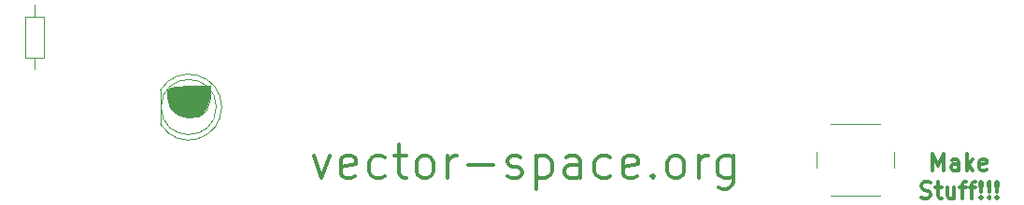
<source format=gto>
G04 #@! TF.FileFunction,Legend,Top*
%FSLAX46Y46*%
G04 Gerber Fmt 4.6, Leading zero omitted, Abs format (unit mm)*
G04 Created by KiCad (PCBNEW 4.0.7) date Mon Mar 12 16:42:59 2018*
%MOMM*%
%LPD*%
G01*
G04 APERTURE LIST*
%ADD10C,0.100000*%
%ADD11C,0.300000*%
%ADD12C,0.010000*%
%ADD13C,0.120000*%
G04 APERTURE END LIST*
D10*
D11*
X86471429Y5676429D02*
X86471429Y7176429D01*
X86971429Y6105000D01*
X87471429Y7176429D01*
X87471429Y5676429D01*
X88828572Y5676429D02*
X88828572Y6462143D01*
X88757143Y6605000D01*
X88614286Y6676429D01*
X88328572Y6676429D01*
X88185715Y6605000D01*
X88828572Y5747857D02*
X88685715Y5676429D01*
X88328572Y5676429D01*
X88185715Y5747857D01*
X88114286Y5890714D01*
X88114286Y6033571D01*
X88185715Y6176429D01*
X88328572Y6247857D01*
X88685715Y6247857D01*
X88828572Y6319286D01*
X89542858Y5676429D02*
X89542858Y7176429D01*
X89685715Y6247857D02*
X90114286Y5676429D01*
X90114286Y6676429D02*
X89542858Y6105000D01*
X91328572Y5747857D02*
X91185715Y5676429D01*
X90900001Y5676429D01*
X90757144Y5747857D01*
X90685715Y5890714D01*
X90685715Y6462143D01*
X90757144Y6605000D01*
X90900001Y6676429D01*
X91185715Y6676429D01*
X91328572Y6605000D01*
X91400001Y6462143D01*
X91400001Y6319286D01*
X90685715Y6176429D01*
X85435714Y3197857D02*
X85650000Y3126429D01*
X86007143Y3126429D01*
X86150000Y3197857D01*
X86221429Y3269286D01*
X86292857Y3412143D01*
X86292857Y3555000D01*
X86221429Y3697857D01*
X86150000Y3769286D01*
X86007143Y3840714D01*
X85721429Y3912143D01*
X85578571Y3983571D01*
X85507143Y4055000D01*
X85435714Y4197857D01*
X85435714Y4340714D01*
X85507143Y4483571D01*
X85578571Y4555000D01*
X85721429Y4626429D01*
X86078571Y4626429D01*
X86292857Y4555000D01*
X86721428Y4126429D02*
X87292857Y4126429D01*
X86935714Y4626429D02*
X86935714Y3340714D01*
X87007142Y3197857D01*
X87150000Y3126429D01*
X87292857Y3126429D01*
X88435714Y4126429D02*
X88435714Y3126429D01*
X87792857Y4126429D02*
X87792857Y3340714D01*
X87864285Y3197857D01*
X88007143Y3126429D01*
X88221428Y3126429D01*
X88364285Y3197857D01*
X88435714Y3269286D01*
X88935714Y4126429D02*
X89507143Y4126429D01*
X89150000Y3126429D02*
X89150000Y4412143D01*
X89221428Y4555000D01*
X89364286Y4626429D01*
X89507143Y4626429D01*
X89792857Y4126429D02*
X90364286Y4126429D01*
X90007143Y3126429D02*
X90007143Y4412143D01*
X90078571Y4555000D01*
X90221429Y4626429D01*
X90364286Y4626429D01*
X90864286Y3269286D02*
X90935714Y3197857D01*
X90864286Y3126429D01*
X90792857Y3197857D01*
X90864286Y3269286D01*
X90864286Y3126429D01*
X90864286Y3697857D02*
X90792857Y4555000D01*
X90864286Y4626429D01*
X90935714Y4555000D01*
X90864286Y3697857D01*
X90864286Y4626429D01*
X91578572Y3269286D02*
X91650000Y3197857D01*
X91578572Y3126429D01*
X91507143Y3197857D01*
X91578572Y3269286D01*
X91578572Y3126429D01*
X91578572Y3697857D02*
X91507143Y4555000D01*
X91578572Y4626429D01*
X91650000Y4555000D01*
X91578572Y3697857D01*
X91578572Y4626429D01*
X92292858Y3269286D02*
X92364286Y3197857D01*
X92292858Y3126429D01*
X92221429Y3197857D01*
X92292858Y3269286D01*
X92292858Y3126429D01*
X92292858Y3697857D02*
X92221429Y4555000D01*
X92292858Y4626429D01*
X92364286Y4555000D01*
X92292858Y3697857D01*
X92292858Y4626429D01*
X30387141Y6992857D02*
X31101427Y4992857D01*
X31815713Y6992857D01*
X34101427Y5135714D02*
X33815713Y4992857D01*
X33244284Y4992857D01*
X32958570Y5135714D01*
X32815713Y5421429D01*
X32815713Y6564286D01*
X32958570Y6850000D01*
X33244284Y6992857D01*
X33815713Y6992857D01*
X34101427Y6850000D01*
X34244284Y6564286D01*
X34244284Y6278571D01*
X32815713Y5992857D01*
X36815713Y5135714D02*
X36529999Y4992857D01*
X35958570Y4992857D01*
X35672856Y5135714D01*
X35529999Y5278571D01*
X35387142Y5564286D01*
X35387142Y6421429D01*
X35529999Y6707143D01*
X35672856Y6850000D01*
X35958570Y6992857D01*
X36529999Y6992857D01*
X36815713Y6850000D01*
X37672856Y6992857D02*
X38815713Y6992857D01*
X38101428Y7992857D02*
X38101428Y5421429D01*
X38244285Y5135714D01*
X38529999Y4992857D01*
X38815713Y4992857D01*
X40244285Y4992857D02*
X39958571Y5135714D01*
X39815714Y5278571D01*
X39672857Y5564286D01*
X39672857Y6421429D01*
X39815714Y6707143D01*
X39958571Y6850000D01*
X40244285Y6992857D01*
X40672857Y6992857D01*
X40958571Y6850000D01*
X41101428Y6707143D01*
X41244285Y6421429D01*
X41244285Y5564286D01*
X41101428Y5278571D01*
X40958571Y5135714D01*
X40672857Y4992857D01*
X40244285Y4992857D01*
X42530000Y4992857D02*
X42530000Y6992857D01*
X42530000Y6421429D02*
X42672857Y6707143D01*
X42815714Y6850000D01*
X43101428Y6992857D01*
X43387143Y6992857D01*
X44387143Y6135714D02*
X46672857Y6135714D01*
X47958572Y5135714D02*
X48244286Y4992857D01*
X48815714Y4992857D01*
X49101429Y5135714D01*
X49244286Y5421429D01*
X49244286Y5564286D01*
X49101429Y5850000D01*
X48815714Y5992857D01*
X48387143Y5992857D01*
X48101429Y6135714D01*
X47958572Y6421429D01*
X47958572Y6564286D01*
X48101429Y6850000D01*
X48387143Y6992857D01*
X48815714Y6992857D01*
X49101429Y6850000D01*
X50530000Y6992857D02*
X50530000Y3992857D01*
X50530000Y6850000D02*
X50815714Y6992857D01*
X51387143Y6992857D01*
X51672857Y6850000D01*
X51815714Y6707143D01*
X51958571Y6421429D01*
X51958571Y5564286D01*
X51815714Y5278571D01*
X51672857Y5135714D01*
X51387143Y4992857D01*
X50815714Y4992857D01*
X50530000Y5135714D01*
X54530000Y4992857D02*
X54530000Y6564286D01*
X54387143Y6850000D01*
X54101429Y6992857D01*
X53530000Y6992857D01*
X53244286Y6850000D01*
X54530000Y5135714D02*
X54244286Y4992857D01*
X53530000Y4992857D01*
X53244286Y5135714D01*
X53101429Y5421429D01*
X53101429Y5707143D01*
X53244286Y5992857D01*
X53530000Y6135714D01*
X54244286Y6135714D01*
X54530000Y6278571D01*
X57244286Y5135714D02*
X56958572Y4992857D01*
X56387143Y4992857D01*
X56101429Y5135714D01*
X55958572Y5278571D01*
X55815715Y5564286D01*
X55815715Y6421429D01*
X55958572Y6707143D01*
X56101429Y6850000D01*
X56387143Y6992857D01*
X56958572Y6992857D01*
X57244286Y6850000D01*
X59672858Y5135714D02*
X59387144Y4992857D01*
X58815715Y4992857D01*
X58530001Y5135714D01*
X58387144Y5421429D01*
X58387144Y6564286D01*
X58530001Y6850000D01*
X58815715Y6992857D01*
X59387144Y6992857D01*
X59672858Y6850000D01*
X59815715Y6564286D01*
X59815715Y6278571D01*
X58387144Y5992857D01*
X61101430Y5278571D02*
X61244287Y5135714D01*
X61101430Y4992857D01*
X60958573Y5135714D01*
X61101430Y5278571D01*
X61101430Y4992857D01*
X62958572Y4992857D02*
X62672858Y5135714D01*
X62530001Y5278571D01*
X62387144Y5564286D01*
X62387144Y6421429D01*
X62530001Y6707143D01*
X62672858Y6850000D01*
X62958572Y6992857D01*
X63387144Y6992857D01*
X63672858Y6850000D01*
X63815715Y6707143D01*
X63958572Y6421429D01*
X63958572Y5564286D01*
X63815715Y5278571D01*
X63672858Y5135714D01*
X63387144Y4992857D01*
X62958572Y4992857D01*
X65244287Y4992857D02*
X65244287Y6992857D01*
X65244287Y6421429D02*
X65387144Y6707143D01*
X65530001Y6850000D01*
X65815715Y6992857D01*
X66101430Y6992857D01*
X68387144Y6992857D02*
X68387144Y4564286D01*
X68244287Y4278571D01*
X68101430Y4135714D01*
X67815715Y3992857D01*
X67387144Y3992857D01*
X67101430Y4135714D01*
X68387144Y5135714D02*
X68101430Y4992857D01*
X67530001Y4992857D01*
X67244287Y5135714D01*
X67101430Y5278571D01*
X66958573Y5564286D01*
X66958573Y6421429D01*
X67101430Y6707143D01*
X67244287Y6850000D01*
X67530001Y6992857D01*
X68101430Y6992857D01*
X68387144Y6850000D01*
D12*
G36*
X20982222Y12178176D02*
X20703774Y11164926D01*
X19965366Y10583827D01*
X18912400Y10504617D01*
X18071805Y10782300D01*
X17322986Y11363955D01*
X17102040Y12243646D01*
X17101666Y12296472D01*
X17135768Y12890533D01*
X17353826Y13199744D01*
X17929474Y13317089D01*
X19036344Y13335556D01*
X20982222Y13335556D01*
X20982222Y12178176D01*
X20982222Y12178176D01*
G37*
X20982222Y12178176D02*
X20703774Y11164926D01*
X19965366Y10583827D01*
X18912400Y10504617D01*
X18071805Y10782300D01*
X17322986Y11363955D01*
X17102040Y12243646D01*
X17101666Y12296472D01*
X17135768Y12890533D01*
X17353826Y13199744D01*
X17929474Y13317089D01*
X19036344Y13335556D01*
X20982222Y13335556D01*
X20982222Y12178176D01*
D13*
X22040000Y11429538D02*
G75*
G03X16490000Y12974830I-2990000J462D01*
G01*
X22040000Y11430462D02*
G75*
G02X16490000Y9885170I-2990000J-462D01*
G01*
X21550000Y11430000D02*
G75*
G03X21550000Y11430000I-2500000J0D01*
G01*
X16490000Y12975000D02*
X16490000Y9885000D01*
X5940000Y19640000D02*
X4220000Y19640000D01*
X4220000Y19640000D02*
X4220000Y15920000D01*
X4220000Y15920000D02*
X5940000Y15920000D01*
X5940000Y15920000D02*
X5940000Y19640000D01*
X5080000Y20710000D02*
X5080000Y19640000D01*
X5080000Y14850000D02*
X5080000Y15920000D01*
X77200000Y3390000D02*
X81700000Y3390000D01*
X75950000Y7390000D02*
X75950000Y5890000D01*
X81700000Y9890000D02*
X77200000Y9890000D01*
X82950000Y5890000D02*
X82950000Y7390000D01*
M02*

</source>
